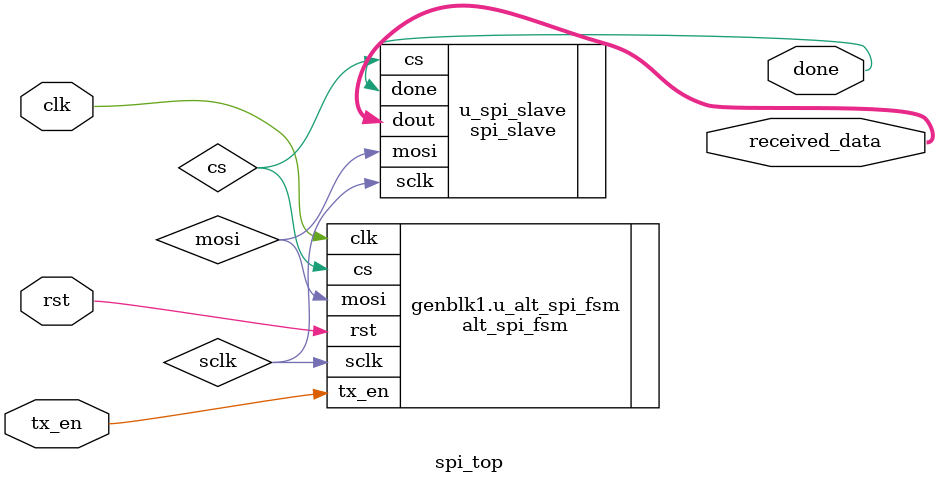
<source format=sv>
module spi_top #(parameter MASTER = 0) (
    input logic clk,
    input logic rst,
    input logic tx_en,
    output logic [7:0] received_data,
    output logic done
);

    // signals between spi_fsm and spi_slave
    logic sclk;
    logic cs;
    logic mosi;

   // instantiate spi_fsm (master): MASTER = 1 -> spi_fsm instantiated
   //                               MASTER = 0 -> alt_spi_fsm instantiated
    generate
        if (MASTER) begin
        spi_fsm u_spi_fsm (
            .clk    (clk),
            .rst    (rst),
            .tx_en  (tx_en),
            .sclk   (sclk),
            .cs     (cs),
            .mosi   (mosi)
        );
        end
        else begin
        alt_spi_fsm u_alt_spi_fsm (
            .clk    (clk),
            .rst    (rst),
            .tx_en  (tx_en),
            .sclk   (sclk),
            .cs     (cs),
            .mosi   (mosi)
        );
        end
    endgenerate
    
    // instantiate spi_slave
    spi_slave u_spi_slave (
        .mosi   (mosi),
        .sclk   (sclk),
        .cs     (cs),
        .dout   (received_data),
        .done   (done)
    );

endmodule
</source>
